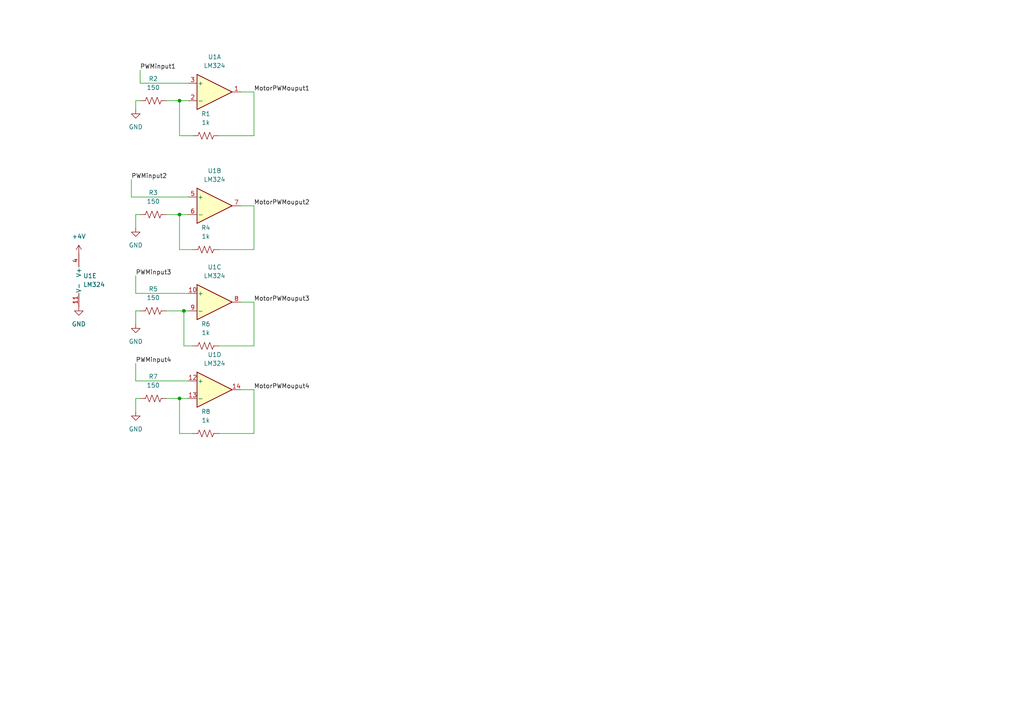
<source format=kicad_sch>
(kicad_sch
	(version 20250114)
	(generator "eeschema")
	(generator_version "9.0")
	(uuid "b4850b56-68f0-4d27-9d4f-bfaed17235cd")
	(paper "A4")
	(title_block
		(title "Wearable Sound Alert System PWM Amplification PCB")
		(date "2026-02-18")
		(company "Team 17")
	)
	(lib_symbols
		(symbol "Amplifier_Operational:LM324"
			(pin_names
				(offset 0.127)
			)
			(exclude_from_sim no)
			(in_bom yes)
			(on_board yes)
			(property "Reference" "U"
				(at 0 5.08 0)
				(effects
					(font
						(size 1.27 1.27)
					)
					(justify left)
				)
			)
			(property "Value" "LM324"
				(at 0 -5.08 0)
				(effects
					(font
						(size 1.27 1.27)
					)
					(justify left)
				)
			)
			(property "Footprint" ""
				(at -1.27 2.54 0)
				(effects
					(font
						(size 1.27 1.27)
					)
					(hide yes)
				)
			)
			(property "Datasheet" "http://www.ti.com/lit/ds/symlink/lm2902-n.pdf"
				(at 1.27 5.08 0)
				(effects
					(font
						(size 1.27 1.27)
					)
					(hide yes)
				)
			)
			(property "Description" "Low-Power, Quad-Operational Amplifiers, DIP-14/SOIC-14/SSOP-14"
				(at 0 0 0)
				(effects
					(font
						(size 1.27 1.27)
					)
					(hide yes)
				)
			)
			(property "ki_locked" ""
				(at 0 0 0)
				(effects
					(font
						(size 1.27 1.27)
					)
				)
			)
			(property "ki_keywords" "quad opamp"
				(at 0 0 0)
				(effects
					(font
						(size 1.27 1.27)
					)
					(hide yes)
				)
			)
			(property "ki_fp_filters" "SOIC*3.9x8.7mm*P1.27mm* DIP*W7.62mm* TSSOP*4.4x5mm*P0.65mm* SSOP*5.3x6.2mm*P0.65mm* MSOP*3x3mm*P0.5mm*"
				(at 0 0 0)
				(effects
					(font
						(size 1.27 1.27)
					)
					(hide yes)
				)
			)
			(symbol "LM324_1_1"
				(polyline
					(pts
						(xy -5.08 5.08) (xy 5.08 0) (xy -5.08 -5.08) (xy -5.08 5.08)
					)
					(stroke
						(width 0.254)
						(type default)
					)
					(fill
						(type background)
					)
				)
				(pin input line
					(at -7.62 2.54 0)
					(length 2.54)
					(name "+"
						(effects
							(font
								(size 1.27 1.27)
							)
						)
					)
					(number "3"
						(effects
							(font
								(size 1.27 1.27)
							)
						)
					)
				)
				(pin input line
					(at -7.62 -2.54 0)
					(length 2.54)
					(name "-"
						(effects
							(font
								(size 1.27 1.27)
							)
						)
					)
					(number "2"
						(effects
							(font
								(size 1.27 1.27)
							)
						)
					)
				)
				(pin output line
					(at 7.62 0 180)
					(length 2.54)
					(name "~"
						(effects
							(font
								(size 1.27 1.27)
							)
						)
					)
					(number "1"
						(effects
							(font
								(size 1.27 1.27)
							)
						)
					)
				)
			)
			(symbol "LM324_2_1"
				(polyline
					(pts
						(xy -5.08 5.08) (xy 5.08 0) (xy -5.08 -5.08) (xy -5.08 5.08)
					)
					(stroke
						(width 0.254)
						(type default)
					)
					(fill
						(type background)
					)
				)
				(pin input line
					(at -7.62 2.54 0)
					(length 2.54)
					(name "+"
						(effects
							(font
								(size 1.27 1.27)
							)
						)
					)
					(number "5"
						(effects
							(font
								(size 1.27 1.27)
							)
						)
					)
				)
				(pin input line
					(at -7.62 -2.54 0)
					(length 2.54)
					(name "-"
						(effects
							(font
								(size 1.27 1.27)
							)
						)
					)
					(number "6"
						(effects
							(font
								(size 1.27 1.27)
							)
						)
					)
				)
				(pin output line
					(at 7.62 0 180)
					(length 2.54)
					(name "~"
						(effects
							(font
								(size 1.27 1.27)
							)
						)
					)
					(number "7"
						(effects
							(font
								(size 1.27 1.27)
							)
						)
					)
				)
			)
			(symbol "LM324_3_1"
				(polyline
					(pts
						(xy -5.08 5.08) (xy 5.08 0) (xy -5.08 -5.08) (xy -5.08 5.08)
					)
					(stroke
						(width 0.254)
						(type default)
					)
					(fill
						(type background)
					)
				)
				(pin input line
					(at -7.62 2.54 0)
					(length 2.54)
					(name "+"
						(effects
							(font
								(size 1.27 1.27)
							)
						)
					)
					(number "10"
						(effects
							(font
								(size 1.27 1.27)
							)
						)
					)
				)
				(pin input line
					(at -7.62 -2.54 0)
					(length 2.54)
					(name "-"
						(effects
							(font
								(size 1.27 1.27)
							)
						)
					)
					(number "9"
						(effects
							(font
								(size 1.27 1.27)
							)
						)
					)
				)
				(pin output line
					(at 7.62 0 180)
					(length 2.54)
					(name "~"
						(effects
							(font
								(size 1.27 1.27)
							)
						)
					)
					(number "8"
						(effects
							(font
								(size 1.27 1.27)
							)
						)
					)
				)
			)
			(symbol "LM324_4_1"
				(polyline
					(pts
						(xy -5.08 5.08) (xy 5.08 0) (xy -5.08 -5.08) (xy -5.08 5.08)
					)
					(stroke
						(width 0.254)
						(type default)
					)
					(fill
						(type background)
					)
				)
				(pin input line
					(at -7.62 2.54 0)
					(length 2.54)
					(name "+"
						(effects
							(font
								(size 1.27 1.27)
							)
						)
					)
					(number "12"
						(effects
							(font
								(size 1.27 1.27)
							)
						)
					)
				)
				(pin input line
					(at -7.62 -2.54 0)
					(length 2.54)
					(name "-"
						(effects
							(font
								(size 1.27 1.27)
							)
						)
					)
					(number "13"
						(effects
							(font
								(size 1.27 1.27)
							)
						)
					)
				)
				(pin output line
					(at 7.62 0 180)
					(length 2.54)
					(name "~"
						(effects
							(font
								(size 1.27 1.27)
							)
						)
					)
					(number "14"
						(effects
							(font
								(size 1.27 1.27)
							)
						)
					)
				)
			)
			(symbol "LM324_5_1"
				(pin power_in line
					(at -2.54 7.62 270)
					(length 3.81)
					(name "V+"
						(effects
							(font
								(size 1.27 1.27)
							)
						)
					)
					(number "4"
						(effects
							(font
								(size 1.27 1.27)
							)
						)
					)
				)
				(pin power_in line
					(at -2.54 -7.62 90)
					(length 3.81)
					(name "V-"
						(effects
							(font
								(size 1.27 1.27)
							)
						)
					)
					(number "11"
						(effects
							(font
								(size 1.27 1.27)
							)
						)
					)
				)
			)
			(embedded_fonts no)
		)
		(symbol "Device:R_US"
			(pin_numbers
				(hide yes)
			)
			(pin_names
				(offset 0)
			)
			(exclude_from_sim no)
			(in_bom yes)
			(on_board yes)
			(property "Reference" "R"
				(at 2.54 0 90)
				(effects
					(font
						(size 1.27 1.27)
					)
				)
			)
			(property "Value" "R_US"
				(at -2.54 0 90)
				(effects
					(font
						(size 1.27 1.27)
					)
				)
			)
			(property "Footprint" ""
				(at 1.016 -0.254 90)
				(effects
					(font
						(size 1.27 1.27)
					)
					(hide yes)
				)
			)
			(property "Datasheet" "~"
				(at 0 0 0)
				(effects
					(font
						(size 1.27 1.27)
					)
					(hide yes)
				)
			)
			(property "Description" "Resistor, US symbol"
				(at 0 0 0)
				(effects
					(font
						(size 1.27 1.27)
					)
					(hide yes)
				)
			)
			(property "ki_keywords" "R res resistor"
				(at 0 0 0)
				(effects
					(font
						(size 1.27 1.27)
					)
					(hide yes)
				)
			)
			(property "ki_fp_filters" "R_*"
				(at 0 0 0)
				(effects
					(font
						(size 1.27 1.27)
					)
					(hide yes)
				)
			)
			(symbol "R_US_0_1"
				(polyline
					(pts
						(xy 0 2.286) (xy 0 2.54)
					)
					(stroke
						(width 0)
						(type default)
					)
					(fill
						(type none)
					)
				)
				(polyline
					(pts
						(xy 0 2.286) (xy 1.016 1.905) (xy 0 1.524) (xy -1.016 1.143) (xy 0 0.762)
					)
					(stroke
						(width 0)
						(type default)
					)
					(fill
						(type none)
					)
				)
				(polyline
					(pts
						(xy 0 0.762) (xy 1.016 0.381) (xy 0 0) (xy -1.016 -0.381) (xy 0 -0.762)
					)
					(stroke
						(width 0)
						(type default)
					)
					(fill
						(type none)
					)
				)
				(polyline
					(pts
						(xy 0 -0.762) (xy 1.016 -1.143) (xy 0 -1.524) (xy -1.016 -1.905) (xy 0 -2.286)
					)
					(stroke
						(width 0)
						(type default)
					)
					(fill
						(type none)
					)
				)
				(polyline
					(pts
						(xy 0 -2.286) (xy 0 -2.54)
					)
					(stroke
						(width 0)
						(type default)
					)
					(fill
						(type none)
					)
				)
			)
			(symbol "R_US_1_1"
				(pin passive line
					(at 0 3.81 270)
					(length 1.27)
					(name "~"
						(effects
							(font
								(size 1.27 1.27)
							)
						)
					)
					(number "1"
						(effects
							(font
								(size 1.27 1.27)
							)
						)
					)
				)
				(pin passive line
					(at 0 -3.81 90)
					(length 1.27)
					(name "~"
						(effects
							(font
								(size 1.27 1.27)
							)
						)
					)
					(number "2"
						(effects
							(font
								(size 1.27 1.27)
							)
						)
					)
				)
			)
			(embedded_fonts no)
		)
		(symbol "power:+4V"
			(power)
			(pin_numbers
				(hide yes)
			)
			(pin_names
				(offset 0)
				(hide yes)
			)
			(exclude_from_sim no)
			(in_bom yes)
			(on_board yes)
			(property "Reference" "#PWR"
				(at 0 -3.81 0)
				(effects
					(font
						(size 1.27 1.27)
					)
					(hide yes)
				)
			)
			(property "Value" "+4V"
				(at 0 3.556 0)
				(effects
					(font
						(size 1.27 1.27)
					)
				)
			)
			(property "Footprint" ""
				(at 0 0 0)
				(effects
					(font
						(size 1.27 1.27)
					)
					(hide yes)
				)
			)
			(property "Datasheet" ""
				(at 0 0 0)
				(effects
					(font
						(size 1.27 1.27)
					)
					(hide yes)
				)
			)
			(property "Description" "Power symbol creates a global label with name \"+4V\""
				(at 0 0 0)
				(effects
					(font
						(size 1.27 1.27)
					)
					(hide yes)
				)
			)
			(property "ki_keywords" "global power"
				(at 0 0 0)
				(effects
					(font
						(size 1.27 1.27)
					)
					(hide yes)
				)
			)
			(symbol "+4V_0_1"
				(polyline
					(pts
						(xy -0.762 1.27) (xy 0 2.54)
					)
					(stroke
						(width 0)
						(type default)
					)
					(fill
						(type none)
					)
				)
				(polyline
					(pts
						(xy 0 2.54) (xy 0.762 1.27)
					)
					(stroke
						(width 0)
						(type default)
					)
					(fill
						(type none)
					)
				)
				(polyline
					(pts
						(xy 0 0) (xy 0 2.54)
					)
					(stroke
						(width 0)
						(type default)
					)
					(fill
						(type none)
					)
				)
			)
			(symbol "+4V_1_1"
				(pin power_in line
					(at 0 0 90)
					(length 0)
					(name "~"
						(effects
							(font
								(size 1.27 1.27)
							)
						)
					)
					(number "1"
						(effects
							(font
								(size 1.27 1.27)
							)
						)
					)
				)
			)
			(embedded_fonts no)
		)
		(symbol "power:GND"
			(power)
			(pin_numbers
				(hide yes)
			)
			(pin_names
				(offset 0)
				(hide yes)
			)
			(exclude_from_sim no)
			(in_bom yes)
			(on_board yes)
			(property "Reference" "#PWR"
				(at 0 -6.35 0)
				(effects
					(font
						(size 1.27 1.27)
					)
					(hide yes)
				)
			)
			(property "Value" "GND"
				(at 0 -3.81 0)
				(effects
					(font
						(size 1.27 1.27)
					)
				)
			)
			(property "Footprint" ""
				(at 0 0 0)
				(effects
					(font
						(size 1.27 1.27)
					)
					(hide yes)
				)
			)
			(property "Datasheet" ""
				(at 0 0 0)
				(effects
					(font
						(size 1.27 1.27)
					)
					(hide yes)
				)
			)
			(property "Description" "Power symbol creates a global label with name \"GND\" , ground"
				(at 0 0 0)
				(effects
					(font
						(size 1.27 1.27)
					)
					(hide yes)
				)
			)
			(property "ki_keywords" "global power"
				(at 0 0 0)
				(effects
					(font
						(size 1.27 1.27)
					)
					(hide yes)
				)
			)
			(symbol "GND_0_1"
				(polyline
					(pts
						(xy 0 0) (xy 0 -1.27) (xy 1.27 -1.27) (xy 0 -2.54) (xy -1.27 -1.27) (xy 0 -1.27)
					)
					(stroke
						(width 0)
						(type default)
					)
					(fill
						(type none)
					)
				)
			)
			(symbol "GND_1_1"
				(pin power_in line
					(at 0 0 270)
					(length 0)
					(name "~"
						(effects
							(font
								(size 1.27 1.27)
							)
						)
					)
					(number "1"
						(effects
							(font
								(size 1.27 1.27)
							)
						)
					)
				)
			)
			(embedded_fonts no)
		)
	)
	(junction
		(at 53.34 90.17)
		(diameter 0)
		(color 0 0 0 0)
		(uuid "18c02850-343f-4a61-9948-6c904df63501")
	)
	(junction
		(at 52.07 62.23)
		(diameter 0)
		(color 0 0 0 0)
		(uuid "6b710dfc-58ca-4798-ad5f-834d798a186f")
	)
	(junction
		(at 52.07 29.21)
		(diameter 0)
		(color 0 0 0 0)
		(uuid "905e002f-a488-41e5-83ac-6679c630130b")
	)
	(junction
		(at 52.07 115.57)
		(diameter 0)
		(color 0 0 0 0)
		(uuid "f0206c1c-6320-4dcc-a8f1-90150690ce80")
	)
	(wire
		(pts
			(xy 39.37 29.21) (xy 40.64 29.21)
		)
		(stroke
			(width 0)
			(type default)
		)
		(uuid "0b04d577-4643-4e1d-a1c1-61e7bf92ecf6")
	)
	(wire
		(pts
			(xy 54.61 85.09) (xy 39.37 85.09)
		)
		(stroke
			(width 0)
			(type default)
		)
		(uuid "11880e7d-06d7-46c9-bc83-006520085345")
	)
	(wire
		(pts
			(xy 52.07 29.21) (xy 54.61 29.21)
		)
		(stroke
			(width 0)
			(type default)
		)
		(uuid "1784d43a-caa2-4904-bdf7-2fa53b616170")
	)
	(wire
		(pts
			(xy 38.1 52.07) (xy 38.1 57.15)
		)
		(stroke
			(width 0)
			(type default)
		)
		(uuid "1a687657-8e54-4b6e-a7bb-e900458c9270")
	)
	(wire
		(pts
			(xy 55.88 39.37) (xy 52.07 39.37)
		)
		(stroke
			(width 0)
			(type default)
		)
		(uuid "1d4b5869-06f6-4721-82ce-b8218aba0ca8")
	)
	(wire
		(pts
			(xy 73.66 59.69) (xy 69.85 59.69)
		)
		(stroke
			(width 0)
			(type default)
		)
		(uuid "1e7ff45c-e2a7-437f-b36f-ebb0f188f014")
	)
	(wire
		(pts
			(xy 73.66 87.63) (xy 69.85 87.63)
		)
		(stroke
			(width 0)
			(type default)
		)
		(uuid "2585029d-99e8-492f-b074-77a61268d1b0")
	)
	(wire
		(pts
			(xy 39.37 93.98) (xy 39.37 90.17)
		)
		(stroke
			(width 0)
			(type default)
		)
		(uuid "3e14eb9c-4a30-4408-a0a3-be2bb67de6f8")
	)
	(wire
		(pts
			(xy 39.37 110.49) (xy 39.37 105.41)
		)
		(stroke
			(width 0)
			(type default)
		)
		(uuid "452008bd-4abc-46f8-acea-5809c74f4480")
	)
	(wire
		(pts
			(xy 39.37 66.04) (xy 39.37 62.23)
		)
		(stroke
			(width 0)
			(type default)
		)
		(uuid "5181261e-ffe5-4d93-9fd0-2946982d8aa5")
	)
	(wire
		(pts
			(xy 40.64 24.13) (xy 40.64 20.32)
		)
		(stroke
			(width 0)
			(type default)
		)
		(uuid "5b5adcec-a7bf-44b6-8afe-5e1f334d90eb")
	)
	(wire
		(pts
			(xy 48.26 62.23) (xy 52.07 62.23)
		)
		(stroke
			(width 0)
			(type default)
		)
		(uuid "5d58cab8-90d6-4b65-bb46-8a503a8b2aa3")
	)
	(wire
		(pts
			(xy 52.07 62.23) (xy 52.07 72.39)
		)
		(stroke
			(width 0)
			(type default)
		)
		(uuid "5d678236-ed02-46e1-a122-aa71c00f772d")
	)
	(wire
		(pts
			(xy 54.61 24.13) (xy 40.64 24.13)
		)
		(stroke
			(width 0)
			(type default)
		)
		(uuid "5e43db02-868d-444e-bb79-180869f327e1")
	)
	(wire
		(pts
			(xy 52.07 125.73) (xy 52.07 115.57)
		)
		(stroke
			(width 0)
			(type default)
		)
		(uuid "69ea6b47-a6a2-4c21-9c64-a95d2a2d576c")
	)
	(wire
		(pts
			(xy 55.88 100.33) (xy 53.34 100.33)
		)
		(stroke
			(width 0)
			(type default)
		)
		(uuid "7106899e-7db4-44d3-a483-d5c3deed0a0c")
	)
	(wire
		(pts
			(xy 53.34 90.17) (xy 53.34 100.33)
		)
		(stroke
			(width 0)
			(type default)
		)
		(uuid "76b05868-83b8-4e02-9e20-6ad44ba94a43")
	)
	(wire
		(pts
			(xy 48.26 29.21) (xy 52.07 29.21)
		)
		(stroke
			(width 0)
			(type default)
		)
		(uuid "881329b9-16fe-42b4-b347-ff9fd277a3dd")
	)
	(wire
		(pts
			(xy 63.5 72.39) (xy 73.66 72.39)
		)
		(stroke
			(width 0)
			(type default)
		)
		(uuid "9230ea5b-52db-456d-9c08-5f41e85f3617")
	)
	(wire
		(pts
			(xy 39.37 115.57) (xy 40.64 115.57)
		)
		(stroke
			(width 0)
			(type default)
		)
		(uuid "92c01e93-0651-4057-b0a0-23bce0de2b60")
	)
	(wire
		(pts
			(xy 73.66 113.03) (xy 69.85 113.03)
		)
		(stroke
			(width 0)
			(type default)
		)
		(uuid "9598c30f-bb6b-4784-877b-881b1e1f6166")
	)
	(wire
		(pts
			(xy 48.26 115.57) (xy 52.07 115.57)
		)
		(stroke
			(width 0)
			(type default)
		)
		(uuid "a19ccb7b-7201-4bc7-b46d-4fd413f29df3")
	)
	(wire
		(pts
			(xy 52.07 115.57) (xy 54.61 115.57)
		)
		(stroke
			(width 0)
			(type default)
		)
		(uuid "a428ea71-1e94-4825-9f29-0958deb9d3ec")
	)
	(wire
		(pts
			(xy 55.88 125.73) (xy 52.07 125.73)
		)
		(stroke
			(width 0)
			(type default)
		)
		(uuid "ace02693-b96e-442c-8c3a-a55fbe61c095")
	)
	(wire
		(pts
			(xy 55.88 72.39) (xy 52.07 72.39)
		)
		(stroke
			(width 0)
			(type default)
		)
		(uuid "afe0396f-0ff4-4e69-a2bb-ea960af9eec5")
	)
	(wire
		(pts
			(xy 39.37 90.17) (xy 40.64 90.17)
		)
		(stroke
			(width 0)
			(type default)
		)
		(uuid "b04cc1a5-8f27-4dbc-8b48-5aaf02ef76ab")
	)
	(wire
		(pts
			(xy 73.66 72.39) (xy 73.66 59.69)
		)
		(stroke
			(width 0)
			(type default)
		)
		(uuid "b7868fd5-d85e-446d-9cf3-d32a875531a0")
	)
	(wire
		(pts
			(xy 63.5 100.33) (xy 73.66 100.33)
		)
		(stroke
			(width 0)
			(type default)
		)
		(uuid "b7a60ac7-ae86-4a55-b5b1-f342aac08930")
	)
	(wire
		(pts
			(xy 54.61 110.49) (xy 39.37 110.49)
		)
		(stroke
			(width 0)
			(type default)
		)
		(uuid "b8cff344-c89a-4dbb-beb0-5385d6ae762c")
	)
	(wire
		(pts
			(xy 52.07 29.21) (xy 52.07 39.37)
		)
		(stroke
			(width 0)
			(type default)
		)
		(uuid "badfd069-236a-4607-8dd5-f3fbe037d448")
	)
	(wire
		(pts
			(xy 73.66 26.67) (xy 69.85 26.67)
		)
		(stroke
			(width 0)
			(type default)
		)
		(uuid "c6538c1a-3420-409e-86b5-044c58be4aa8")
	)
	(wire
		(pts
			(xy 39.37 119.38) (xy 39.37 115.57)
		)
		(stroke
			(width 0)
			(type default)
		)
		(uuid "c7aa7a93-0a40-4ffe-8b96-c570b896ccaa")
	)
	(wire
		(pts
			(xy 52.07 62.23) (xy 54.61 62.23)
		)
		(stroke
			(width 0)
			(type default)
		)
		(uuid "c8716403-07d0-46c4-8379-dca805d270bc")
	)
	(wire
		(pts
			(xy 39.37 85.09) (xy 39.37 80.01)
		)
		(stroke
			(width 0)
			(type default)
		)
		(uuid "c8b3a7cf-8d4a-4594-a6e4-13d6fbe1a969")
	)
	(wire
		(pts
			(xy 38.1 57.15) (xy 54.61 57.15)
		)
		(stroke
			(width 0)
			(type default)
		)
		(uuid "cedbea87-8ed2-4465-8595-58fbbeb2e58d")
	)
	(wire
		(pts
			(xy 63.5 125.73) (xy 73.66 125.73)
		)
		(stroke
			(width 0)
			(type default)
		)
		(uuid "cf0bcb39-b575-4233-95ca-cc929a016bca")
	)
	(wire
		(pts
			(xy 53.34 90.17) (xy 54.61 90.17)
		)
		(stroke
			(width 0)
			(type default)
		)
		(uuid "cfdc24a1-389f-4502-81c4-56d6cdcb8143")
	)
	(wire
		(pts
			(xy 48.26 90.17) (xy 53.34 90.17)
		)
		(stroke
			(width 0)
			(type default)
		)
		(uuid "d294dd04-d83a-416f-884b-2b9d9400a3b1")
	)
	(wire
		(pts
			(xy 73.66 125.73) (xy 73.66 113.03)
		)
		(stroke
			(width 0)
			(type default)
		)
		(uuid "e584ff1c-f7e7-42d5-80e6-075e09c21e91")
	)
	(wire
		(pts
			(xy 73.66 39.37) (xy 73.66 26.67)
		)
		(stroke
			(width 0)
			(type default)
		)
		(uuid "ea0b5fcc-597d-4534-b545-53d9c7cf7490")
	)
	(wire
		(pts
			(xy 39.37 31.75) (xy 39.37 29.21)
		)
		(stroke
			(width 0)
			(type default)
		)
		(uuid "eba2fb87-8c79-4f27-b7b6-a27e2ca46114")
	)
	(wire
		(pts
			(xy 63.5 39.37) (xy 73.66 39.37)
		)
		(stroke
			(width 0)
			(type default)
		)
		(uuid "f55c0095-93bb-41ef-ba0a-aada1ef059e6")
	)
	(wire
		(pts
			(xy 73.66 100.33) (xy 73.66 87.63)
		)
		(stroke
			(width 0)
			(type default)
		)
		(uuid "f7f8dd01-2f8a-452e-b898-4f65e3562c84")
	)
	(wire
		(pts
			(xy 39.37 62.23) (xy 40.64 62.23)
		)
		(stroke
			(width 0)
			(type default)
		)
		(uuid "fa75ff1d-ed9e-4f5b-976d-16afe7710f54")
	)
	(label "PWMinput2"
		(at 38.1 52.07 0)
		(effects
			(font
				(size 1.27 1.27)
			)
			(justify left bottom)
		)
		(uuid "0a6a8d16-7d75-4607-988a-c6971c433eed")
	)
	(label "PWMinput4"
		(at 39.37 105.41 0)
		(effects
			(font
				(size 1.27 1.27)
			)
			(justify left bottom)
		)
		(uuid "10088f7d-10f5-4203-93d7-4176a90374d4")
	)
	(label "PWMinput1"
		(at 40.64 20.32 0)
		(effects
			(font
				(size 1.27 1.27)
			)
			(justify left bottom)
		)
		(uuid "4962128f-7867-4109-ae62-bc174915bafd")
	)
	(label "MotorPWMouput4"
		(at 73.66 113.03 0)
		(effects
			(font
				(size 1.27 1.27)
			)
			(justify left bottom)
		)
		(uuid "540d9a83-6a34-4701-bf2e-26a5e3adb2c2")
	)
	(label "PWMinput3"
		(at 39.37 80.01 0)
		(effects
			(font
				(size 1.27 1.27)
			)
			(justify left bottom)
		)
		(uuid "9ebde62f-67e4-4e56-b15a-b2c7faa1937a")
	)
	(label "MotorPWMouput2"
		(at 73.66 59.69 0)
		(effects
			(font
				(size 1.27 1.27)
			)
			(justify left bottom)
		)
		(uuid "ad20ed40-37d7-464f-b1e1-c2b1111a820c")
	)
	(label "MotorPWMouput1"
		(at 73.66 26.67 0)
		(effects
			(font
				(size 1.27 1.27)
			)
			(justify left bottom)
		)
		(uuid "b4903c25-9d9d-413e-a233-d9c81da432a2")
	)
	(label "MotorPWMouput3"
		(at 73.66 87.63 0)
		(effects
			(font
				(size 1.27 1.27)
			)
			(justify left bottom)
		)
		(uuid "f693315e-4e75-4529-80ed-7df73cf5acc2")
	)
	(symbol
		(lib_id "power:GND")
		(at 22.86 88.9 0)
		(unit 1)
		(exclude_from_sim no)
		(in_bom yes)
		(on_board yes)
		(dnp no)
		(fields_autoplaced yes)
		(uuid "26037db6-2414-4f4f-9ba0-02c95562e49f")
		(property "Reference" "#PWR06"
			(at 22.86 95.25 0)
			(effects
				(font
					(size 1.27 1.27)
				)
				(hide yes)
			)
		)
		(property "Value" "GND"
			(at 22.86 93.98 0)
			(effects
				(font
					(size 1.27 1.27)
				)
			)
		)
		(property "Footprint" ""
			(at 22.86 88.9 0)
			(effects
				(font
					(size 1.27 1.27)
				)
				(hide yes)
			)
		)
		(property "Datasheet" ""
			(at 22.86 88.9 0)
			(effects
				(font
					(size 1.27 1.27)
				)
				(hide yes)
			)
		)
		(property "Description" "Power symbol creates a global label with name \"GND\" , ground"
			(at 22.86 88.9 0)
			(effects
				(font
					(size 1.27 1.27)
				)
				(hide yes)
			)
		)
		(pin "1"
			(uuid "69f33440-8b5d-49a5-8c4e-aba99c9d55f4")
		)
		(instances
			(project "pwm amplifier"
				(path "/b4850b56-68f0-4d27-9d4f-bfaed17235cd"
					(reference "#PWR06")
					(unit 1)
				)
			)
		)
	)
	(symbol
		(lib_id "Device:R_US")
		(at 59.69 39.37 90)
		(unit 1)
		(exclude_from_sim no)
		(in_bom yes)
		(on_board yes)
		(dnp no)
		(fields_autoplaced yes)
		(uuid "2ec77184-9317-484e-a971-f2e1a9cabad3")
		(property "Reference" "R1"
			(at 59.69 33.02 90)
			(effects
				(font
					(size 1.27 1.27)
				)
			)
		)
		(property "Value" "1k"
			(at 59.69 35.56 90)
			(effects
				(font
					(size 1.27 1.27)
				)
			)
		)
		(property "Footprint" "Resistor_SMD:R_0805_2012Metric"
			(at 59.944 38.354 90)
			(effects
				(font
					(size 1.27 1.27)
				)
				(hide yes)
			)
		)
		(property "Datasheet" "~"
			(at 59.69 39.37 0)
			(effects
				(font
					(size 1.27 1.27)
				)
				(hide yes)
			)
		)
		(property "Description" "Resistor, US symbol"
			(at 59.69 39.37 0)
			(effects
				(font
					(size 1.27 1.27)
				)
				(hide yes)
			)
		)
		(pin "2"
			(uuid "5cf5e9a4-9a3e-41bb-84e1-906b29d337c3")
		)
		(pin "1"
			(uuid "202eae28-eb6e-445f-9bc1-46075bf4641f")
		)
		(instances
			(project ""
				(path "/b4850b56-68f0-4d27-9d4f-bfaed17235cd"
					(reference "R1")
					(unit 1)
				)
			)
		)
	)
	(symbol
		(lib_id "Amplifier_Operational:LM324")
		(at 25.4 81.28 0)
		(unit 5)
		(exclude_from_sim no)
		(in_bom yes)
		(on_board yes)
		(dnp no)
		(fields_autoplaced yes)
		(uuid "2fe40ef6-0d6e-4f0c-bd72-c1fe8839760c")
		(property "Reference" "U1"
			(at 24.13 80.0099 0)
			(effects
				(font
					(size 1.27 1.27)
				)
				(justify left)
			)
		)
		(property "Value" "LM324"
			(at 24.13 82.5499 0)
			(effects
				(font
					(size 1.27 1.27)
				)
				(justify left)
			)
		)
		(property "Footprint" "Package_SO:SOIC-14_3.9x8.7mm_P1.27mm"
			(at 24.13 78.74 0)
			(effects
				(font
					(size 1.27 1.27)
				)
				(hide yes)
			)
		)
		(property "Datasheet" "http://www.ti.com/lit/ds/symlink/lm2902-n.pdf"
			(at 26.67 76.2 0)
			(effects
				(font
					(size 1.27 1.27)
				)
				(hide yes)
			)
		)
		(property "Description" "Low-Power, Quad-Operational Amplifiers, DIP-14/SOIC-14/SSOP-14"
			(at 25.4 81.28 0)
			(effects
				(font
					(size 1.27 1.27)
				)
				(hide yes)
			)
		)
		(pin "3"
			(uuid "3b1e454b-5fc8-4744-815a-00292f7f4df5")
		)
		(pin "2"
			(uuid "fa196151-0fb7-4537-83f5-bef3fc4f7372")
		)
		(pin "1"
			(uuid "77e673d1-cdd9-4f5e-bb58-9fc3cf4978a5")
		)
		(pin "5"
			(uuid "970c79d8-9009-4e12-ac19-e67a8ae2ef14")
		)
		(pin "13"
			(uuid "9ca973c2-2c54-4bde-9757-79df848cb596")
		)
		(pin "10"
			(uuid "b1dc5c6a-f116-494d-9553-d290842a9608")
		)
		(pin "6"
			(uuid "863b77d3-ba0c-43d2-8dea-5ab6f45007be")
		)
		(pin "7"
			(uuid "de0dc6ed-cc31-462b-9b7b-e576ab80831b")
		)
		(pin "9"
			(uuid "027f7aab-318a-4a64-a426-5f0d5120e4f0")
		)
		(pin "8"
			(uuid "6498fa5f-8045-477d-bb75-5070eefccb89")
		)
		(pin "12"
			(uuid "082164d0-273e-4d59-a61d-4bce542906a3")
		)
		(pin "14"
			(uuid "fae849cb-752e-45a8-b435-90bd52bd6d97")
		)
		(pin "4"
			(uuid "462ffe11-5942-43d3-a4de-e39a67df6e5e")
		)
		(pin "11"
			(uuid "006857bd-9dfd-478a-b106-d4683411a63c")
		)
		(instances
			(project ""
				(path "/b4850b56-68f0-4d27-9d4f-bfaed17235cd"
					(reference "U1")
					(unit 5)
				)
			)
		)
	)
	(symbol
		(lib_id "power:GND")
		(at 39.37 66.04 0)
		(unit 1)
		(exclude_from_sim no)
		(in_bom yes)
		(on_board yes)
		(dnp no)
		(fields_autoplaced yes)
		(uuid "3fe68b45-2587-4bcb-aa91-61765d1073b4")
		(property "Reference" "#PWR02"
			(at 39.37 72.39 0)
			(effects
				(font
					(size 1.27 1.27)
				)
				(hide yes)
			)
		)
		(property "Value" "GND"
			(at 39.37 71.12 0)
			(effects
				(font
					(size 1.27 1.27)
				)
			)
		)
		(property "Footprint" ""
			(at 39.37 66.04 0)
			(effects
				(font
					(size 1.27 1.27)
				)
				(hide yes)
			)
		)
		(property "Datasheet" ""
			(at 39.37 66.04 0)
			(effects
				(font
					(size 1.27 1.27)
				)
				(hide yes)
			)
		)
		(property "Description" "Power symbol creates a global label with name \"GND\" , ground"
			(at 39.37 66.04 0)
			(effects
				(font
					(size 1.27 1.27)
				)
				(hide yes)
			)
		)
		(pin "1"
			(uuid "0e35b095-f75e-431a-829f-a9e6502f38e7")
		)
		(instances
			(project "pwm amplifier"
				(path "/b4850b56-68f0-4d27-9d4f-bfaed17235cd"
					(reference "#PWR02")
					(unit 1)
				)
			)
		)
	)
	(symbol
		(lib_id "Amplifier_Operational:LM324")
		(at 62.23 87.63 0)
		(unit 3)
		(exclude_from_sim no)
		(in_bom yes)
		(on_board yes)
		(dnp no)
		(fields_autoplaced yes)
		(uuid "6f958147-6b38-4203-bb68-99cb0ba302d9")
		(property "Reference" "U1"
			(at 62.23 77.47 0)
			(effects
				(font
					(size 1.27 1.27)
				)
			)
		)
		(property "Value" "LM324"
			(at 62.23 80.01 0)
			(effects
				(font
					(size 1.27 1.27)
				)
			)
		)
		(property "Footprint" "Package_SO:SOIC-14_3.9x8.7mm_P1.27mm"
			(at 60.96 85.09 0)
			(effects
				(font
					(size 1.27 1.27)
				)
				(hide yes)
			)
		)
		(property "Datasheet" "http://www.ti.com/lit/ds/symlink/lm2902-n.pdf"
			(at 63.5 82.55 0)
			(effects
				(font
					(size 1.27 1.27)
				)
				(hide yes)
			)
		)
		(property "Description" "Low-Power, Quad-Operational Amplifiers, DIP-14/SOIC-14/SSOP-14"
			(at 62.23 87.63 0)
			(effects
				(font
					(size 1.27 1.27)
				)
				(hide yes)
			)
		)
		(pin "3"
			(uuid "3b1e454b-5fc8-4744-815a-00292f7f4df6")
		)
		(pin "2"
			(uuid "fa196151-0fb7-4537-83f5-bef3fc4f7373")
		)
		(pin "1"
			(uuid "77e673d1-cdd9-4f5e-bb58-9fc3cf4978a6")
		)
		(pin "5"
			(uuid "970c79d8-9009-4e12-ac19-e67a8ae2ef15")
		)
		(pin "13"
			(uuid "9ca973c2-2c54-4bde-9757-79df848cb597")
		)
		(pin "10"
			(uuid "b1dc5c6a-f116-494d-9553-d290842a9609")
		)
		(pin "6"
			(uuid "863b77d3-ba0c-43d2-8dea-5ab6f45007bf")
		)
		(pin "7"
			(uuid "de0dc6ed-cc31-462b-9b7b-e576ab80831c")
		)
		(pin "9"
			(uuid "027f7aab-318a-4a64-a426-5f0d5120e4f1")
		)
		(pin "8"
			(uuid "6498fa5f-8045-477d-bb75-5070eefccb8a")
		)
		(pin "12"
			(uuid "082164d0-273e-4d59-a61d-4bce542906a4")
		)
		(pin "14"
			(uuid "fae849cb-752e-45a8-b435-90bd52bd6d98")
		)
		(pin "4"
			(uuid "462ffe11-5942-43d3-a4de-e39a67df6e5f")
		)
		(pin "11"
			(uuid "006857bd-9dfd-478a-b106-d4683411a63d")
		)
		(instances
			(project ""
				(path "/b4850b56-68f0-4d27-9d4f-bfaed17235cd"
					(reference "U1")
					(unit 3)
				)
			)
		)
	)
	(symbol
		(lib_id "Device:R_US")
		(at 59.69 125.73 90)
		(unit 1)
		(exclude_from_sim no)
		(in_bom yes)
		(on_board yes)
		(dnp no)
		(fields_autoplaced yes)
		(uuid "780fc1dd-7de7-4055-98eb-179f3328d1f9")
		(property "Reference" "R8"
			(at 59.69 119.38 90)
			(effects
				(font
					(size 1.27 1.27)
				)
			)
		)
		(property "Value" "1k"
			(at 59.69 121.92 90)
			(effects
				(font
					(size 1.27 1.27)
				)
			)
		)
		(property "Footprint" "Resistor_SMD:R_0805_2012Metric"
			(at 59.944 124.714 90)
			(effects
				(font
					(size 1.27 1.27)
				)
				(hide yes)
			)
		)
		(property "Datasheet" "~"
			(at 59.69 125.73 0)
			(effects
				(font
					(size 1.27 1.27)
				)
				(hide yes)
			)
		)
		(property "Description" "Resistor, US symbol"
			(at 59.69 125.73 0)
			(effects
				(font
					(size 1.27 1.27)
				)
				(hide yes)
			)
		)
		(pin "2"
			(uuid "6c448d65-db09-4a59-8c1f-d727a585b7af")
		)
		(pin "1"
			(uuid "9c4b637c-41da-4b15-b618-817971717005")
		)
		(instances
			(project "pwm amplifier"
				(path "/b4850b56-68f0-4d27-9d4f-bfaed17235cd"
					(reference "R8")
					(unit 1)
				)
			)
		)
	)
	(symbol
		(lib_id "power:GND")
		(at 39.37 31.75 0)
		(unit 1)
		(exclude_from_sim no)
		(in_bom yes)
		(on_board yes)
		(dnp no)
		(fields_autoplaced yes)
		(uuid "78d3810d-9c5e-45b8-9a09-e9b8b57edd40")
		(property "Reference" "#PWR01"
			(at 39.37 38.1 0)
			(effects
				(font
					(size 1.27 1.27)
				)
				(hide yes)
			)
		)
		(property "Value" "GND"
			(at 39.37 36.83 0)
			(effects
				(font
					(size 1.27 1.27)
				)
			)
		)
		(property "Footprint" ""
			(at 39.37 31.75 0)
			(effects
				(font
					(size 1.27 1.27)
				)
				(hide yes)
			)
		)
		(property "Datasheet" ""
			(at 39.37 31.75 0)
			(effects
				(font
					(size 1.27 1.27)
				)
				(hide yes)
			)
		)
		(property "Description" "Power symbol creates a global label with name \"GND\" , ground"
			(at 39.37 31.75 0)
			(effects
				(font
					(size 1.27 1.27)
				)
				(hide yes)
			)
		)
		(pin "1"
			(uuid "2b934e36-5a13-4a23-92d4-25bdf66079b8")
		)
		(instances
			(project ""
				(path "/b4850b56-68f0-4d27-9d4f-bfaed17235cd"
					(reference "#PWR01")
					(unit 1)
				)
			)
		)
	)
	(symbol
		(lib_id "power:+4V")
		(at 22.86 73.66 0)
		(unit 1)
		(exclude_from_sim no)
		(in_bom yes)
		(on_board yes)
		(dnp no)
		(fields_autoplaced yes)
		(uuid "a24a51f8-52d5-44e8-a30b-d9e105dee9ae")
		(property "Reference" "#PWR05"
			(at 22.86 77.47 0)
			(effects
				(font
					(size 1.27 1.27)
				)
				(hide yes)
			)
		)
		(property "Value" "+4V"
			(at 22.86 68.58 0)
			(effects
				(font
					(size 1.27 1.27)
				)
			)
		)
		(property "Footprint" ""
			(at 22.86 73.66 0)
			(effects
				(font
					(size 1.27 1.27)
				)
				(hide yes)
			)
		)
		(property "Datasheet" ""
			(at 22.86 73.66 0)
			(effects
				(font
					(size 1.27 1.27)
				)
				(hide yes)
			)
		)
		(property "Description" "Power symbol creates a global label with name \"+4V\""
			(at 22.86 73.66 0)
			(effects
				(font
					(size 1.27 1.27)
				)
				(hide yes)
			)
		)
		(pin "1"
			(uuid "156a90df-51b3-4e6e-b523-7976e5e839d1")
		)
		(instances
			(project ""
				(path "/b4850b56-68f0-4d27-9d4f-bfaed17235cd"
					(reference "#PWR05")
					(unit 1)
				)
			)
		)
	)
	(symbol
		(lib_id "Device:R_US")
		(at 59.69 72.39 90)
		(unit 1)
		(exclude_from_sim no)
		(in_bom yes)
		(on_board yes)
		(dnp no)
		(fields_autoplaced yes)
		(uuid "ac3f85f8-821c-4fae-8a53-2ba07daa206c")
		(property "Reference" "R4"
			(at 59.69 66.04 90)
			(effects
				(font
					(size 1.27 1.27)
				)
			)
		)
		(property "Value" "1k"
			(at 59.69 68.58 90)
			(effects
				(font
					(size 1.27 1.27)
				)
			)
		)
		(property "Footprint" "Resistor_SMD:R_0805_2012Metric"
			(at 59.944 71.374 90)
			(effects
				(font
					(size 1.27 1.27)
				)
				(hide yes)
			)
		)
		(property "Datasheet" "~"
			(at 59.69 72.39 0)
			(effects
				(font
					(size 1.27 1.27)
				)
				(hide yes)
			)
		)
		(property "Description" "Resistor, US symbol"
			(at 59.69 72.39 0)
			(effects
				(font
					(size 1.27 1.27)
				)
				(hide yes)
			)
		)
		(pin "2"
			(uuid "28e8836a-becb-42ef-824a-d77b116e04c7")
		)
		(pin "1"
			(uuid "f4c6efeb-27f5-4c1a-a3a2-7430345a3cb5")
		)
		(instances
			(project "pwm amplifier"
				(path "/b4850b56-68f0-4d27-9d4f-bfaed17235cd"
					(reference "R4")
					(unit 1)
				)
			)
		)
	)
	(symbol
		(lib_id "power:GND")
		(at 39.37 93.98 0)
		(unit 1)
		(exclude_from_sim no)
		(in_bom yes)
		(on_board yes)
		(dnp no)
		(fields_autoplaced yes)
		(uuid "ba080ba5-20e9-4ed2-b16c-b8d2a319c21b")
		(property "Reference" "#PWR03"
			(at 39.37 100.33 0)
			(effects
				(font
					(size 1.27 1.27)
				)
				(hide yes)
			)
		)
		(property "Value" "GND"
			(at 39.37 99.06 0)
			(effects
				(font
					(size 1.27 1.27)
				)
			)
		)
		(property "Footprint" ""
			(at 39.37 93.98 0)
			(effects
				(font
					(size 1.27 1.27)
				)
				(hide yes)
			)
		)
		(property "Datasheet" ""
			(at 39.37 93.98 0)
			(effects
				(font
					(size 1.27 1.27)
				)
				(hide yes)
			)
		)
		(property "Description" "Power symbol creates a global label with name \"GND\" , ground"
			(at 39.37 93.98 0)
			(effects
				(font
					(size 1.27 1.27)
				)
				(hide yes)
			)
		)
		(pin "1"
			(uuid "4de9fb38-eef2-489d-b1c7-9e0ebcb844b4")
		)
		(instances
			(project "pwm amplifier"
				(path "/b4850b56-68f0-4d27-9d4f-bfaed17235cd"
					(reference "#PWR03")
					(unit 1)
				)
			)
		)
	)
	(symbol
		(lib_id "Amplifier_Operational:LM324")
		(at 62.23 59.69 0)
		(unit 2)
		(exclude_from_sim no)
		(in_bom yes)
		(on_board yes)
		(dnp no)
		(fields_autoplaced yes)
		(uuid "ba7790fc-d159-477b-a4c9-983c94780c5a")
		(property "Reference" "U1"
			(at 62.23 49.53 0)
			(effects
				(font
					(size 1.27 1.27)
				)
			)
		)
		(property "Value" "LM324"
			(at 62.23 52.07 0)
			(effects
				(font
					(size 1.27 1.27)
				)
			)
		)
		(property "Footprint" "Package_SO:SOIC-14_3.9x8.7mm_P1.27mm"
			(at 60.96 57.15 0)
			(effects
				(font
					(size 1.27 1.27)
				)
				(hide yes)
			)
		)
		(property "Datasheet" "http://www.ti.com/lit/ds/symlink/lm2902-n.pdf"
			(at 63.5 54.61 0)
			(effects
				(font
					(size 1.27 1.27)
				)
				(hide yes)
			)
		)
		(property "Description" "Low-Power, Quad-Operational Amplifiers, DIP-14/SOIC-14/SSOP-14"
			(at 62.23 59.69 0)
			(effects
				(font
					(size 1.27 1.27)
				)
				(hide yes)
			)
		)
		(pin "3"
			(uuid "3b1e454b-5fc8-4744-815a-00292f7f4df7")
		)
		(pin "2"
			(uuid "fa196151-0fb7-4537-83f5-bef3fc4f7374")
		)
		(pin "1"
			(uuid "77e673d1-cdd9-4f5e-bb58-9fc3cf4978a7")
		)
		(pin "5"
			(uuid "970c79d8-9009-4e12-ac19-e67a8ae2ef16")
		)
		(pin "13"
			(uuid "9ca973c2-2c54-4bde-9757-79df848cb598")
		)
		(pin "10"
			(uuid "b1dc5c6a-f116-494d-9553-d290842a960a")
		)
		(pin "6"
			(uuid "863b77d3-ba0c-43d2-8dea-5ab6f45007c0")
		)
		(pin "7"
			(uuid "de0dc6ed-cc31-462b-9b7b-e576ab80831d")
		)
		(pin "9"
			(uuid "027f7aab-318a-4a64-a426-5f0d5120e4f2")
		)
		(pin "8"
			(uuid "6498fa5f-8045-477d-bb75-5070eefccb8b")
		)
		(pin "12"
			(uuid "082164d0-273e-4d59-a61d-4bce542906a5")
		)
		(pin "14"
			(uuid "fae849cb-752e-45a8-b435-90bd52bd6d99")
		)
		(pin "4"
			(uuid "462ffe11-5942-43d3-a4de-e39a67df6e60")
		)
		(pin "11"
			(uuid "006857bd-9dfd-478a-b106-d4683411a63e")
		)
		(instances
			(project ""
				(path "/b4850b56-68f0-4d27-9d4f-bfaed17235cd"
					(reference "U1")
					(unit 2)
				)
			)
		)
	)
	(symbol
		(lib_id "Amplifier_Operational:LM324")
		(at 62.23 113.03 0)
		(unit 4)
		(exclude_from_sim no)
		(in_bom yes)
		(on_board yes)
		(dnp no)
		(fields_autoplaced yes)
		(uuid "bc616985-e941-42e7-a9c1-ff35a4ff8b89")
		(property "Reference" "U1"
			(at 62.23 102.87 0)
			(effects
				(font
					(size 1.27 1.27)
				)
			)
		)
		(property "Value" "LM324"
			(at 62.23 105.41 0)
			(effects
				(font
					(size 1.27 1.27)
				)
			)
		)
		(property "Footprint" "Package_SO:SOIC-14_3.9x8.7mm_P1.27mm"
			(at 60.96 110.49 0)
			(effects
				(font
					(size 1.27 1.27)
				)
				(hide yes)
			)
		)
		(property "Datasheet" "http://www.ti.com/lit/ds/symlink/lm2902-n.pdf"
			(at 63.5 107.95 0)
			(effects
				(font
					(size 1.27 1.27)
				)
				(hide yes)
			)
		)
		(property "Description" "Low-Power, Quad-Operational Amplifiers, DIP-14/SOIC-14/SSOP-14"
			(at 62.23 113.03 0)
			(effects
				(font
					(size 1.27 1.27)
				)
				(hide yes)
			)
		)
		(pin "3"
			(uuid "3b1e454b-5fc8-4744-815a-00292f7f4df8")
		)
		(pin "2"
			(uuid "fa196151-0fb7-4537-83f5-bef3fc4f7375")
		)
		(pin "1"
			(uuid "77e673d1-cdd9-4f5e-bb58-9fc3cf4978a8")
		)
		(pin "5"
			(uuid "970c79d8-9009-4e12-ac19-e67a8ae2ef17")
		)
		(pin "13"
			(uuid "9ca973c2-2c54-4bde-9757-79df848cb599")
		)
		(pin "10"
			(uuid "b1dc5c6a-f116-494d-9553-d290842a960b")
		)
		(pin "6"
			(uuid "863b77d3-ba0c-43d2-8dea-5ab6f45007c1")
		)
		(pin "7"
			(uuid "de0dc6ed-cc31-462b-9b7b-e576ab80831e")
		)
		(pin "9"
			(uuid "027f7aab-318a-4a64-a426-5f0d5120e4f3")
		)
		(pin "8"
			(uuid "6498fa5f-8045-477d-bb75-5070eefccb8c")
		)
		(pin "12"
			(uuid "082164d0-273e-4d59-a61d-4bce542906a6")
		)
		(pin "14"
			(uuid "fae849cb-752e-45a8-b435-90bd52bd6d9a")
		)
		(pin "4"
			(uuid "462ffe11-5942-43d3-a4de-e39a67df6e61")
		)
		(pin "11"
			(uuid "006857bd-9dfd-478a-b106-d4683411a63f")
		)
		(instances
			(project ""
				(path "/b4850b56-68f0-4d27-9d4f-bfaed17235cd"
					(reference "U1")
					(unit 4)
				)
			)
		)
	)
	(symbol
		(lib_id "Device:R_US")
		(at 59.69 100.33 90)
		(unit 1)
		(exclude_from_sim no)
		(in_bom yes)
		(on_board yes)
		(dnp no)
		(fields_autoplaced yes)
		(uuid "c12358b2-18c4-4187-9ec1-700c962e9f5c")
		(property "Reference" "R6"
			(at 59.69 93.98 90)
			(effects
				(font
					(size 1.27 1.27)
				)
			)
		)
		(property "Value" "1k"
			(at 59.69 96.52 90)
			(effects
				(font
					(size 1.27 1.27)
				)
			)
		)
		(property "Footprint" "Resistor_SMD:R_0805_2012Metric"
			(at 59.944 99.314 90)
			(effects
				(font
					(size 1.27 1.27)
				)
				(hide yes)
			)
		)
		(property "Datasheet" "~"
			(at 59.69 100.33 0)
			(effects
				(font
					(size 1.27 1.27)
				)
				(hide yes)
			)
		)
		(property "Description" "Resistor, US symbol"
			(at 59.69 100.33 0)
			(effects
				(font
					(size 1.27 1.27)
				)
				(hide yes)
			)
		)
		(pin "2"
			(uuid "c22b65b9-7af0-4dc6-85c1-b5b42afa5443")
		)
		(pin "1"
			(uuid "e0e26d5a-d2dd-4f22-bfa3-3bae82b8941f")
		)
		(instances
			(project "pwm amplifier"
				(path "/b4850b56-68f0-4d27-9d4f-bfaed17235cd"
					(reference "R6")
					(unit 1)
				)
			)
		)
	)
	(symbol
		(lib_id "Device:R_US")
		(at 44.45 29.21 270)
		(unit 1)
		(exclude_from_sim no)
		(in_bom yes)
		(on_board yes)
		(dnp no)
		(fields_autoplaced yes)
		(uuid "c497edd5-6b07-41c4-b7d7-fbe1e4b1011a")
		(property "Reference" "R2"
			(at 44.45 22.86 90)
			(effects
				(font
					(size 1.27 1.27)
				)
			)
		)
		(property "Value" "150"
			(at 44.45 25.4 90)
			(effects
				(font
					(size 1.27 1.27)
				)
			)
		)
		(property "Footprint" "Resistor_SMD:R_0805_2012Metric"
			(at 44.196 30.226 90)
			(effects
				(font
					(size 1.27 1.27)
				)
				(hide yes)
			)
		)
		(property "Datasheet" "~"
			(at 44.45 29.21 0)
			(effects
				(font
					(size 1.27 1.27)
				)
				(hide yes)
			)
		)
		(property "Description" "Resistor, US symbol"
			(at 44.45 29.21 0)
			(effects
				(font
					(size 1.27 1.27)
				)
				(hide yes)
			)
		)
		(pin "2"
			(uuid "24bc3b3a-0160-4775-a123-497fd9a3bfef")
		)
		(pin "1"
			(uuid "cd28f138-d9d5-421b-8079-8676a8800bd6")
		)
		(instances
			(project "pwm amplifier"
				(path "/b4850b56-68f0-4d27-9d4f-bfaed17235cd"
					(reference "R2")
					(unit 1)
				)
			)
		)
	)
	(symbol
		(lib_id "Amplifier_Operational:LM324")
		(at 62.23 26.67 0)
		(unit 1)
		(exclude_from_sim no)
		(in_bom yes)
		(on_board yes)
		(dnp no)
		(fields_autoplaced yes)
		(uuid "c7de1c67-a798-4e91-a23d-ab70f6e5719a")
		(property "Reference" "U1"
			(at 62.23 16.51 0)
			(effects
				(font
					(size 1.27 1.27)
				)
			)
		)
		(property "Value" "LM324"
			(at 62.23 19.05 0)
			(effects
				(font
					(size 1.27 1.27)
				)
			)
		)
		(property "Footprint" "Package_SO:SOIC-14_3.9x8.7mm_P1.27mm"
			(at 60.96 24.13 0)
			(effects
				(font
					(size 1.27 1.27)
				)
				(hide yes)
			)
		)
		(property "Datasheet" "http://www.ti.com/lit/ds/symlink/lm2902-n.pdf"
			(at 63.5 21.59 0)
			(effects
				(font
					(size 1.27 1.27)
				)
				(hide yes)
			)
		)
		(property "Description" "Low-Power, Quad-Operational Amplifiers, DIP-14/SOIC-14/SSOP-14"
			(at 62.23 26.67 0)
			(effects
				(font
					(size 1.27 1.27)
				)
				(hide yes)
			)
		)
		(pin "3"
			(uuid "3b1e454b-5fc8-4744-815a-00292f7f4df9")
		)
		(pin "2"
			(uuid "fa196151-0fb7-4537-83f5-bef3fc4f7376")
		)
		(pin "1"
			(uuid "77e673d1-cdd9-4f5e-bb58-9fc3cf4978a9")
		)
		(pin "5"
			(uuid "970c79d8-9009-4e12-ac19-e67a8ae2ef18")
		)
		(pin "13"
			(uuid "9ca973c2-2c54-4bde-9757-79df848cb59a")
		)
		(pin "10"
			(uuid "b1dc5c6a-f116-494d-9553-d290842a960c")
		)
		(pin "6"
			(uuid "863b77d3-ba0c-43d2-8dea-5ab6f45007c2")
		)
		(pin "7"
			(uuid "de0dc6ed-cc31-462b-9b7b-e576ab80831f")
		)
		(pin "9"
			(uuid "027f7aab-318a-4a64-a426-5f0d5120e4f4")
		)
		(pin "8"
			(uuid "6498fa5f-8045-477d-bb75-5070eefccb8d")
		)
		(pin "12"
			(uuid "082164d0-273e-4d59-a61d-4bce542906a7")
		)
		(pin "14"
			(uuid "fae849cb-752e-45a8-b435-90bd52bd6d9b")
		)
		(pin "4"
			(uuid "462ffe11-5942-43d3-a4de-e39a67df6e62")
		)
		(pin "11"
			(uuid "006857bd-9dfd-478a-b106-d4683411a640")
		)
		(instances
			(project ""
				(path "/b4850b56-68f0-4d27-9d4f-bfaed17235cd"
					(reference "U1")
					(unit 1)
				)
			)
		)
	)
	(symbol
		(lib_id "Device:R_US")
		(at 44.45 90.17 270)
		(unit 1)
		(exclude_from_sim no)
		(in_bom yes)
		(on_board yes)
		(dnp no)
		(fields_autoplaced yes)
		(uuid "cb1d675d-f2b9-48b7-888f-c43b7100fa2d")
		(property "Reference" "R5"
			(at 44.45 83.82 90)
			(effects
				(font
					(size 1.27 1.27)
				)
			)
		)
		(property "Value" "150"
			(at 44.45 86.36 90)
			(effects
				(font
					(size 1.27 1.27)
				)
			)
		)
		(property "Footprint" "Resistor_SMD:R_0805_2012Metric"
			(at 44.196 91.186 90)
			(effects
				(font
					(size 1.27 1.27)
				)
				(hide yes)
			)
		)
		(property "Datasheet" "~"
			(at 44.45 90.17 0)
			(effects
				(font
					(size 1.27 1.27)
				)
				(hide yes)
			)
		)
		(property "Description" "Resistor, US symbol"
			(at 44.45 90.17 0)
			(effects
				(font
					(size 1.27 1.27)
				)
				(hide yes)
			)
		)
		(pin "2"
			(uuid "8cc8d52b-0699-4089-90ff-4237278ecf37")
		)
		(pin "1"
			(uuid "fde4e614-8a96-4c79-9fe5-a71df428a65d")
		)
		(instances
			(project "pwm amplifier"
				(path "/b4850b56-68f0-4d27-9d4f-bfaed17235cd"
					(reference "R5")
					(unit 1)
				)
			)
		)
	)
	(symbol
		(lib_id "Device:R_US")
		(at 44.45 115.57 270)
		(unit 1)
		(exclude_from_sim no)
		(in_bom yes)
		(on_board yes)
		(dnp no)
		(fields_autoplaced yes)
		(uuid "ed51e3a4-7f89-4ff4-a6b7-78a2eff6e331")
		(property "Reference" "R7"
			(at 44.45 109.22 90)
			(effects
				(font
					(size 1.27 1.27)
				)
			)
		)
		(property "Value" "150"
			(at 44.45 111.76 90)
			(effects
				(font
					(size 1.27 1.27)
				)
			)
		)
		(property "Footprint" "Resistor_SMD:R_0805_2012Metric"
			(at 44.196 116.586 90)
			(effects
				(font
					(size 1.27 1.27)
				)
				(hide yes)
			)
		)
		(property "Datasheet" "~"
			(at 44.45 115.57 0)
			(effects
				(font
					(size 1.27 1.27)
				)
				(hide yes)
			)
		)
		(property "Description" "Resistor, US symbol"
			(at 44.45 115.57 0)
			(effects
				(font
					(size 1.27 1.27)
				)
				(hide yes)
			)
		)
		(pin "2"
			(uuid "c77cdee7-f0b7-443c-9419-d96f3eb0d756")
		)
		(pin "1"
			(uuid "a7b117cf-bd16-4317-b09d-f43f6baa9b67")
		)
		(instances
			(project "pwm amplifier"
				(path "/b4850b56-68f0-4d27-9d4f-bfaed17235cd"
					(reference "R7")
					(unit 1)
				)
			)
		)
	)
	(symbol
		(lib_id "Device:R_US")
		(at 44.45 62.23 270)
		(unit 1)
		(exclude_from_sim no)
		(in_bom yes)
		(on_board yes)
		(dnp no)
		(fields_autoplaced yes)
		(uuid "fde37b8e-b14a-42df-acab-dcbe79d13084")
		(property "Reference" "R3"
			(at 44.45 55.88 90)
			(effects
				(font
					(size 1.27 1.27)
				)
			)
		)
		(property "Value" "150"
			(at 44.45 58.42 90)
			(effects
				(font
					(size 1.27 1.27)
				)
			)
		)
		(property "Footprint" "Resistor_SMD:R_0805_2012Metric"
			(at 44.196 63.246 90)
			(effects
				(font
					(size 1.27 1.27)
				)
				(hide yes)
			)
		)
		(property "Datasheet" "~"
			(at 44.45 62.23 0)
			(effects
				(font
					(size 1.27 1.27)
				)
				(hide yes)
			)
		)
		(property "Description" "Resistor, US symbol"
			(at 44.45 62.23 0)
			(effects
				(font
					(size 1.27 1.27)
				)
				(hide yes)
			)
		)
		(pin "2"
			(uuid "57bf93d1-9193-47ed-802b-c1630dcf79ff")
		)
		(pin "1"
			(uuid "74177def-453b-4d41-bf8c-7e99f464d6ac")
		)
		(instances
			(project "pwm amplifier"
				(path "/b4850b56-68f0-4d27-9d4f-bfaed17235cd"
					(reference "R3")
					(unit 1)
				)
			)
		)
	)
	(symbol
		(lib_id "power:GND")
		(at 39.37 119.38 0)
		(unit 1)
		(exclude_from_sim no)
		(in_bom yes)
		(on_board yes)
		(dnp no)
		(fields_autoplaced yes)
		(uuid "fefd8871-c0f6-4485-8869-ebd53297fbab")
		(property "Reference" "#PWR04"
			(at 39.37 125.73 0)
			(effects
				(font
					(size 1.27 1.27)
				)
				(hide yes)
			)
		)
		(property "Value" "GND"
			(at 39.37 124.46 0)
			(effects
				(font
					(size 1.27 1.27)
				)
			)
		)
		(property "Footprint" ""
			(at 39.37 119.38 0)
			(effects
				(font
					(size 1.27 1.27)
				)
				(hide yes)
			)
		)
		(property "Datasheet" ""
			(at 39.37 119.38 0)
			(effects
				(font
					(size 1.27 1.27)
				)
				(hide yes)
			)
		)
		(property "Description" "Power symbol creates a global label with name \"GND\" , ground"
			(at 39.37 119.38 0)
			(effects
				(font
					(size 1.27 1.27)
				)
				(hide yes)
			)
		)
		(pin "1"
			(uuid "259f21e7-1035-4689-92ce-352a8ea7fe84")
		)
		(instances
			(project "pwm amplifier"
				(path "/b4850b56-68f0-4d27-9d4f-bfaed17235cd"
					(reference "#PWR04")
					(unit 1)
				)
			)
		)
	)
	(sheet_instances
		(path "/"
			(page "1")
		)
	)
	(embedded_fonts no)
)

</source>
